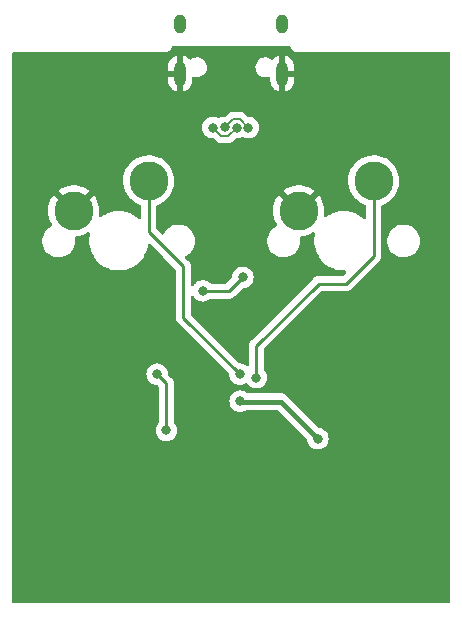
<source format=gtl>
G04 #@! TF.GenerationSoftware,KiCad,Pcbnew,(6.0.7)*
G04 #@! TF.CreationDate,2022-10-04T19:15:27+13:00*
G04 #@! TF.ProjectId,ledusbc2key,6c656475-7362-4633-926b-65792e6b6963,rev?*
G04 #@! TF.SameCoordinates,Original*
G04 #@! TF.FileFunction,Copper,L1,Top*
G04 #@! TF.FilePolarity,Positive*
%FSLAX46Y46*%
G04 Gerber Fmt 4.6, Leading zero omitted, Abs format (unit mm)*
G04 Created by KiCad (PCBNEW (6.0.7)) date 2022-10-04 19:15:27*
%MOMM*%
%LPD*%
G01*
G04 APERTURE LIST*
G04 #@! TA.AperFunction,ComponentPad*
%ADD10C,3.300000*%
G04 #@! TD*
G04 #@! TA.AperFunction,ComponentPad*
%ADD11O,1.000000X1.600000*%
G04 #@! TD*
G04 #@! TA.AperFunction,ComponentPad*
%ADD12O,1.000000X2.100000*%
G04 #@! TD*
G04 #@! TA.AperFunction,ViaPad*
%ADD13C,0.800000*%
G04 #@! TD*
G04 #@! TA.AperFunction,Conductor*
%ADD14C,0.381000*%
G04 #@! TD*
G04 #@! TA.AperFunction,Conductor*
%ADD15C,0.254000*%
G04 #@! TD*
G04 #@! TA.AperFunction,Conductor*
%ADD16C,0.200000*%
G04 #@! TD*
G04 APERTURE END LIST*
D10*
X111442500Y-75882500D03*
X117792500Y-73342500D03*
D11*
X120455000Y-60077500D03*
D12*
X120455000Y-64257500D03*
X129095000Y-64257500D03*
D11*
X129095000Y-60077500D03*
D10*
X130492500Y-75882500D03*
X136842500Y-73342500D03*
D13*
X129975000Y-66350000D03*
X130750000Y-68775000D03*
X125537500Y-92000000D03*
X132112500Y-95175000D03*
X125756622Y-81517878D03*
X122374500Y-82650500D03*
X118500000Y-89712500D03*
X119287500Y-94462500D03*
X126900000Y-90000000D03*
X125500000Y-89700000D03*
X126224502Y-68837579D03*
X124225692Y-68817303D03*
X125225000Y-68837000D03*
X123226248Y-68828089D03*
D14*
X129975000Y-66350000D02*
X130750000Y-67125000D01*
X130750000Y-67125000D02*
X130750000Y-68775000D01*
X125537500Y-92000000D02*
X125562500Y-92025000D01*
X125562500Y-92025000D02*
X128962500Y-92025000D01*
X128962500Y-92025000D02*
X132112500Y-95175000D01*
D15*
X122410878Y-82686878D02*
X122374500Y-82650500D01*
X125756622Y-81517878D02*
X124587622Y-82686878D01*
X124587622Y-82686878D02*
X122410878Y-82686878D01*
X119287500Y-90500000D02*
X118500000Y-89712500D01*
X119287500Y-94462500D02*
X119287500Y-90500000D01*
X134500000Y-82037500D02*
X132175000Y-82037500D01*
X132175000Y-82037500D02*
X126900000Y-87312500D01*
X136842500Y-79695000D02*
X134500000Y-82037500D01*
X136842500Y-73342500D02*
X136842500Y-79695000D01*
X126900000Y-87312500D02*
X126900000Y-90000000D01*
X117792500Y-73342500D02*
X117792500Y-77655000D01*
X117792500Y-77655000D02*
X120723097Y-80585597D01*
X120723097Y-80585597D02*
X120723097Y-84923097D01*
X120723097Y-84923097D02*
X125500000Y-89700000D01*
D16*
X125524423Y-68137500D02*
X124905495Y-68137500D01*
X124905495Y-68137500D02*
X124225692Y-68817303D01*
X126224502Y-68837579D02*
X125524423Y-68137500D01*
X124537000Y-69525000D02*
X125225000Y-68837000D01*
X123923159Y-69525000D02*
X124537000Y-69525000D01*
X123226248Y-68828089D02*
X123923159Y-69525000D01*
G04 #@! TA.AperFunction,Conductor*
G36*
X129756685Y-61932502D02*
G01*
X129803178Y-61986158D01*
X129809714Y-62003878D01*
X129811651Y-62010656D01*
X129815228Y-62027415D01*
X129819420Y-62056687D01*
X129823134Y-62064855D01*
X129823134Y-62064856D01*
X129830048Y-62080062D01*
X129836496Y-62097586D01*
X129843551Y-62122271D01*
X129848343Y-62129865D01*
X129848344Y-62129868D01*
X129859330Y-62147280D01*
X129867469Y-62162363D01*
X129879708Y-62189282D01*
X129885569Y-62196084D01*
X129896470Y-62208735D01*
X129907573Y-62223739D01*
X129921276Y-62245458D01*
X129928001Y-62251397D01*
X129928004Y-62251401D01*
X129943438Y-62265032D01*
X129955482Y-62277224D01*
X129968927Y-62292827D01*
X129968930Y-62292829D01*
X129974787Y-62299627D01*
X129982316Y-62304507D01*
X129982317Y-62304508D01*
X129996335Y-62313594D01*
X130011209Y-62324885D01*
X130023717Y-62335931D01*
X130030451Y-62341878D01*
X130057211Y-62354442D01*
X130072191Y-62362763D01*
X130089483Y-62373971D01*
X130089488Y-62373973D01*
X130097015Y-62378852D01*
X130105608Y-62381422D01*
X130105613Y-62381424D01*
X130121620Y-62386211D01*
X130139064Y-62392872D01*
X130154176Y-62399967D01*
X130154178Y-62399968D01*
X130162300Y-62403781D01*
X130171167Y-62405162D01*
X130171168Y-62405162D01*
X130173853Y-62405580D01*
X130191517Y-62408330D01*
X130208232Y-62412113D01*
X130227966Y-62418015D01*
X130227972Y-62418016D01*
X130236566Y-62420586D01*
X130245537Y-62420641D01*
X130245538Y-62420641D01*
X130255597Y-62420702D01*
X130271006Y-62420796D01*
X130271789Y-62420829D01*
X130272886Y-62421000D01*
X130303877Y-62421000D01*
X130304647Y-62421002D01*
X130378285Y-62421452D01*
X130378286Y-62421452D01*
X130382221Y-62421476D01*
X130383565Y-62421092D01*
X130384910Y-62421000D01*
X143190667Y-62421000D01*
X143258788Y-62441002D01*
X143305281Y-62494658D01*
X143316667Y-62546967D01*
X143317313Y-65010138D01*
X143325458Y-96083500D01*
X143328834Y-108965050D01*
X143308850Y-109033176D01*
X143255206Y-109079683D01*
X143202751Y-109091083D01*
X128333285Y-109081330D01*
X106359416Y-109066916D01*
X106291310Y-109046869D01*
X106244852Y-108993183D01*
X106233500Y-108940916D01*
X106233500Y-89712500D01*
X117586496Y-89712500D01*
X117606458Y-89902428D01*
X117665473Y-90084056D01*
X117668776Y-90089778D01*
X117668777Y-90089779D01*
X117701003Y-90145595D01*
X117760960Y-90249444D01*
X117765378Y-90254351D01*
X117765379Y-90254352D01*
X117865251Y-90365271D01*
X117888747Y-90391366D01*
X117977702Y-90455996D01*
X118020702Y-90487237D01*
X118043248Y-90503618D01*
X118049276Y-90506302D01*
X118049278Y-90506303D01*
X118185964Y-90567159D01*
X118217712Y-90581294D01*
X118311113Y-90601147D01*
X118398056Y-90619628D01*
X118398061Y-90619628D01*
X118404513Y-90621000D01*
X118457578Y-90621000D01*
X118525699Y-90641002D01*
X118546673Y-90657905D01*
X118615095Y-90726327D01*
X118649121Y-90788639D01*
X118652000Y-90815422D01*
X118652000Y-93762197D01*
X118631998Y-93830318D01*
X118619636Y-93846506D01*
X118548460Y-93925556D01*
X118452973Y-94090944D01*
X118393958Y-94272572D01*
X118373996Y-94462500D01*
X118374686Y-94469065D01*
X118391932Y-94633148D01*
X118393958Y-94652428D01*
X118452973Y-94834056D01*
X118548460Y-94999444D01*
X118676247Y-95141366D01*
X118830748Y-95253618D01*
X118836776Y-95256302D01*
X118836778Y-95256303D01*
X118942152Y-95303218D01*
X119005212Y-95331294D01*
X119098613Y-95351147D01*
X119185556Y-95369628D01*
X119185561Y-95369628D01*
X119192013Y-95371000D01*
X119382987Y-95371000D01*
X119389439Y-95369628D01*
X119389444Y-95369628D01*
X119476388Y-95351147D01*
X119569788Y-95331294D01*
X119632848Y-95303218D01*
X119738222Y-95256303D01*
X119738224Y-95256302D01*
X119744252Y-95253618D01*
X119898753Y-95141366D01*
X120026540Y-94999444D01*
X120122027Y-94834056D01*
X120181042Y-94652428D01*
X120183069Y-94633148D01*
X120200314Y-94469065D01*
X120201004Y-94462500D01*
X120181042Y-94272572D01*
X120122027Y-94090944D01*
X120026540Y-93925556D01*
X119955364Y-93846507D01*
X119924646Y-93782500D01*
X119923000Y-93762197D01*
X119923000Y-92000000D01*
X124623996Y-92000000D01*
X124643958Y-92189928D01*
X124702973Y-92371556D01*
X124798460Y-92536944D01*
X124926247Y-92678866D01*
X125025343Y-92750864D01*
X125039164Y-92760905D01*
X125080748Y-92791118D01*
X125086776Y-92793802D01*
X125086778Y-92793803D01*
X125249181Y-92866109D01*
X125255212Y-92868794D01*
X125348612Y-92888647D01*
X125435556Y-92907128D01*
X125435561Y-92907128D01*
X125442013Y-92908500D01*
X125632987Y-92908500D01*
X125639439Y-92907128D01*
X125639444Y-92907128D01*
X125726387Y-92888647D01*
X125819788Y-92868794D01*
X125825819Y-92866109D01*
X125988222Y-92793803D01*
X125988224Y-92793802D01*
X125994252Y-92791118D01*
X126053511Y-92748064D01*
X126127572Y-92724000D01*
X128620775Y-92724000D01*
X128688896Y-92744002D01*
X128709870Y-92760905D01*
X131176257Y-95227293D01*
X131210283Y-95289605D01*
X131212472Y-95303217D01*
X131218958Y-95364928D01*
X131277973Y-95546556D01*
X131373460Y-95711944D01*
X131501247Y-95853866D01*
X131655748Y-95966118D01*
X131661776Y-95968802D01*
X131661778Y-95968803D01*
X131824181Y-96041109D01*
X131830212Y-96043794D01*
X131923613Y-96063647D01*
X132010556Y-96082128D01*
X132010561Y-96082128D01*
X132017013Y-96083500D01*
X132207987Y-96083500D01*
X132214439Y-96082128D01*
X132214444Y-96082128D01*
X132301387Y-96063647D01*
X132394788Y-96043794D01*
X132400819Y-96041109D01*
X132563222Y-95968803D01*
X132563224Y-95968802D01*
X132569252Y-95966118D01*
X132723753Y-95853866D01*
X132851540Y-95711944D01*
X132947027Y-95546556D01*
X133006042Y-95364928D01*
X133026004Y-95175000D01*
X133021953Y-95136455D01*
X133006732Y-94991635D01*
X133006732Y-94991633D01*
X133006042Y-94985072D01*
X132947027Y-94803444D01*
X132851540Y-94638056D01*
X132723753Y-94496134D01*
X132569252Y-94383882D01*
X132563224Y-94381198D01*
X132563222Y-94381197D01*
X132400819Y-94308891D01*
X132400818Y-94308891D01*
X132394788Y-94306206D01*
X132224869Y-94270088D01*
X132161972Y-94235937D01*
X129476997Y-91550962D01*
X129471143Y-91544696D01*
X129438652Y-91507451D01*
X129433658Y-91501726D01*
X129382122Y-91465506D01*
X129376826Y-91461573D01*
X129333237Y-91427394D01*
X129333234Y-91427392D01*
X129327260Y-91422708D01*
X129320336Y-91419582D01*
X129317301Y-91417744D01*
X129304602Y-91410500D01*
X129301454Y-91408812D01*
X129295239Y-91404444D01*
X129236550Y-91381562D01*
X129230505Y-91379022D01*
X129173065Y-91353087D01*
X129165592Y-91351702D01*
X129162174Y-91350631D01*
X129148185Y-91346646D01*
X129144693Y-91345749D01*
X129137611Y-91342988D01*
X129130078Y-91341996D01*
X129130077Y-91341996D01*
X129075170Y-91334767D01*
X129068657Y-91333735D01*
X129014182Y-91323639D01*
X129014180Y-91323639D01*
X129006713Y-91322255D01*
X128999133Y-91322692D01*
X128999132Y-91322692D01*
X128945388Y-91325791D01*
X128938135Y-91326000D01*
X126196390Y-91326000D01*
X126128269Y-91305998D01*
X126122329Y-91301936D01*
X125999594Y-91212763D01*
X125999593Y-91212762D01*
X125994252Y-91208882D01*
X125988224Y-91206198D01*
X125988222Y-91206197D01*
X125825819Y-91133891D01*
X125825818Y-91133891D01*
X125819788Y-91131206D01*
X125726388Y-91111353D01*
X125639444Y-91092872D01*
X125639439Y-91092872D01*
X125632987Y-91091500D01*
X125442013Y-91091500D01*
X125435561Y-91092872D01*
X125435556Y-91092872D01*
X125348612Y-91111353D01*
X125255212Y-91131206D01*
X125249182Y-91133891D01*
X125249181Y-91133891D01*
X125086778Y-91206197D01*
X125086776Y-91206198D01*
X125080748Y-91208882D01*
X124926247Y-91321134D01*
X124921826Y-91326044D01*
X124921825Y-91326045D01*
X124841650Y-91415089D01*
X124798460Y-91463056D01*
X124702973Y-91628444D01*
X124643958Y-91810072D01*
X124623996Y-92000000D01*
X119923000Y-92000000D01*
X119923000Y-90579020D01*
X119923530Y-90567786D01*
X119925208Y-90560281D01*
X119923062Y-90491988D01*
X119923000Y-90488031D01*
X119923000Y-90460017D01*
X119922492Y-90455996D01*
X119921558Y-90444144D01*
X119920414Y-90407718D01*
X119920414Y-90407717D01*
X119920165Y-90399795D01*
X119914487Y-90380251D01*
X119910477Y-90360888D01*
X119908920Y-90348560D01*
X119908920Y-90348558D01*
X119907927Y-90340701D01*
X119905011Y-90333337D01*
X119905010Y-90333332D01*
X119891593Y-90299444D01*
X119887748Y-90288215D01*
X119883688Y-90274241D01*
X119875369Y-90245607D01*
X119865010Y-90228091D01*
X119856313Y-90210341D01*
X119848819Y-90191412D01*
X119842973Y-90183365D01*
X119822741Y-90155519D01*
X119816222Y-90145595D01*
X119797670Y-90114224D01*
X119797666Y-90114219D01*
X119793634Y-90107401D01*
X119779247Y-90093014D01*
X119766406Y-90077980D01*
X119759102Y-90067927D01*
X119754442Y-90061513D01*
X119720250Y-90033227D01*
X119711471Y-90025238D01*
X119446790Y-89760557D01*
X119412764Y-89698245D01*
X119410575Y-89684632D01*
X119394232Y-89529135D01*
X119394232Y-89529133D01*
X119393542Y-89522572D01*
X119334527Y-89340944D01*
X119239040Y-89175556D01*
X119111253Y-89033634D01*
X118956752Y-88921382D01*
X118950724Y-88918698D01*
X118950722Y-88918697D01*
X118788319Y-88846391D01*
X118788318Y-88846391D01*
X118782288Y-88843706D01*
X118688888Y-88823853D01*
X118601944Y-88805372D01*
X118601939Y-88805372D01*
X118595487Y-88804000D01*
X118404513Y-88804000D01*
X118398061Y-88805372D01*
X118398056Y-88805372D01*
X118311112Y-88823853D01*
X118217712Y-88843706D01*
X118211682Y-88846391D01*
X118211681Y-88846391D01*
X118049278Y-88918697D01*
X118049276Y-88918698D01*
X118043248Y-88921382D01*
X117888747Y-89033634D01*
X117760960Y-89175556D01*
X117665473Y-89340944D01*
X117606458Y-89522572D01*
X117605768Y-89529133D01*
X117605768Y-89529135D01*
X117594670Y-89634729D01*
X117586496Y-89712500D01*
X106233500Y-89712500D01*
X106233500Y-78357093D01*
X108785539Y-78357093D01*
X108794348Y-78591716D01*
X108795443Y-78596934D01*
X108833531Y-78778458D01*
X108842562Y-78821501D01*
X108928802Y-79039877D01*
X109050604Y-79240600D01*
X109204485Y-79417932D01*
X109208617Y-79421320D01*
X109381916Y-79563417D01*
X109381922Y-79563421D01*
X109386044Y-79566801D01*
X109390680Y-79569440D01*
X109390683Y-79569442D01*
X109501908Y-79632755D01*
X109590090Y-79682951D01*
X109810789Y-79763061D01*
X109816038Y-79764010D01*
X109816041Y-79764011D01*
X109878372Y-79775282D01*
X110041830Y-79804840D01*
X110045969Y-79805035D01*
X110045976Y-79805036D01*
X110064940Y-79805930D01*
X110064949Y-79805930D01*
X110066429Y-79806000D01*
X110231450Y-79806000D01*
X110312799Y-79799097D01*
X110401137Y-79791602D01*
X110401141Y-79791601D01*
X110406448Y-79791151D01*
X110411603Y-79789813D01*
X110411609Y-79789812D01*
X110613613Y-79737382D01*
X110633706Y-79732167D01*
X110638572Y-79729975D01*
X110638575Y-79729974D01*
X110842917Y-79637924D01*
X110842920Y-79637923D01*
X110847778Y-79635734D01*
X111042541Y-79504612D01*
X111212427Y-79342549D01*
X111352578Y-79154179D01*
X111413219Y-79034908D01*
X111456569Y-78949644D01*
X111456569Y-78949643D01*
X111458987Y-78944888D01*
X111528611Y-78720660D01*
X111545702Y-78591716D01*
X111558761Y-78493190D01*
X111558761Y-78493187D01*
X111559461Y-78487907D01*
X111550652Y-78253284D01*
X111535873Y-78182849D01*
X111541460Y-78112073D01*
X111584425Y-78055553D01*
X111644051Y-78031888D01*
X111843556Y-78007745D01*
X111851957Y-78006143D01*
X112128280Y-77933651D01*
X112136382Y-77930924D01*
X112400305Y-77821603D01*
X112407967Y-77817800D01*
X112636960Y-77683987D01*
X112705866Y-77666888D01*
X112773079Y-77689757D01*
X112817258Y-77745334D01*
X112824376Y-77815973D01*
X112822572Y-77824109D01*
X112790549Y-77948831D01*
X112790547Y-77948841D01*
X112789564Y-77952670D01*
X112750100Y-78265062D01*
X112750100Y-78579938D01*
X112789564Y-78892330D01*
X112867870Y-79197313D01*
X112983784Y-79490077D01*
X112985686Y-79493536D01*
X112985687Y-79493539D01*
X113118943Y-79735930D01*
X113135476Y-79766004D01*
X113208039Y-79865878D01*
X113315503Y-80013790D01*
X113320555Y-80020744D01*
X113536102Y-80250278D01*
X113778718Y-80450987D01*
X114044576Y-80619706D01*
X114048155Y-80621390D01*
X114048162Y-80621394D01*
X114325894Y-80752084D01*
X114325898Y-80752086D01*
X114329484Y-80753773D01*
X114628948Y-80851075D01*
X114938246Y-80910077D01*
X115031800Y-80915963D01*
X115171858Y-80924775D01*
X115171874Y-80924776D01*
X115173853Y-80924900D01*
X115331147Y-80924900D01*
X115333126Y-80924776D01*
X115333142Y-80924775D01*
X115473200Y-80915963D01*
X115566754Y-80910077D01*
X115876052Y-80851075D01*
X116175516Y-80753773D01*
X116179102Y-80752086D01*
X116179106Y-80752084D01*
X116456838Y-80621394D01*
X116456845Y-80621390D01*
X116460424Y-80619706D01*
X116726282Y-80450987D01*
X116968898Y-80250278D01*
X117184445Y-80020744D01*
X117189498Y-80013790D01*
X117296961Y-79865878D01*
X117369524Y-79766004D01*
X117386058Y-79735930D01*
X117519313Y-79493539D01*
X117519314Y-79493536D01*
X117521216Y-79490077D01*
X117637130Y-79197313D01*
X117715436Y-78892330D01*
X117729822Y-78778454D01*
X117758202Y-78713381D01*
X117817262Y-78673979D01*
X117888248Y-78672762D01*
X117943922Y-78705154D01*
X119000007Y-79761240D01*
X120050692Y-80811925D01*
X120084718Y-80874237D01*
X120087597Y-80901020D01*
X120087597Y-84844077D01*
X120087067Y-84855311D01*
X120085389Y-84862816D01*
X120085638Y-84870735D01*
X120087535Y-84931109D01*
X120087597Y-84935066D01*
X120087597Y-84963080D01*
X120088093Y-84967005D01*
X120088093Y-84967006D01*
X120088105Y-84967101D01*
X120089038Y-84978946D01*
X120090432Y-85023302D01*
X120092644Y-85030914D01*
X120096110Y-85042845D01*
X120100120Y-85062209D01*
X120102670Y-85082396D01*
X120105586Y-85089760D01*
X120105587Y-85089765D01*
X120119004Y-85123653D01*
X120122849Y-85134882D01*
X120135228Y-85177490D01*
X120139266Y-85184317D01*
X120139267Y-85184320D01*
X120145585Y-85195003D01*
X120154285Y-85212761D01*
X120158858Y-85224312D01*
X120158862Y-85224318D01*
X120161778Y-85231685D01*
X120166436Y-85238096D01*
X120166437Y-85238098D01*
X120187861Y-85267585D01*
X120194378Y-85277507D01*
X120212923Y-85308865D01*
X120212926Y-85308869D01*
X120216963Y-85315695D01*
X120231347Y-85330079D01*
X120244188Y-85345113D01*
X120256155Y-85361584D01*
X120262263Y-85366637D01*
X120290352Y-85389874D01*
X120299132Y-85397864D01*
X124553210Y-89651943D01*
X124587236Y-89714255D01*
X124589425Y-89727868D01*
X124606458Y-89889928D01*
X124665473Y-90071556D01*
X124668776Y-90077278D01*
X124668777Y-90077279D01*
X124686168Y-90107401D01*
X124760960Y-90236944D01*
X124765378Y-90241851D01*
X124765379Y-90241852D01*
X124882165Y-90371556D01*
X124888747Y-90378866D01*
X125043248Y-90491118D01*
X125049276Y-90493802D01*
X125049278Y-90493803D01*
X125133332Y-90531226D01*
X125217712Y-90568794D01*
X125311112Y-90588647D01*
X125398056Y-90607128D01*
X125398061Y-90607128D01*
X125404513Y-90608500D01*
X125595487Y-90608500D01*
X125601939Y-90607128D01*
X125601944Y-90607128D01*
X125688888Y-90588647D01*
X125782288Y-90568794D01*
X125866668Y-90531226D01*
X125950722Y-90493803D01*
X125950724Y-90493802D01*
X125956752Y-90491118D01*
X125962090Y-90487240D01*
X125962093Y-90487238D01*
X125968765Y-90482390D01*
X126035633Y-90458532D01*
X126104785Y-90474614D01*
X126151944Y-90521328D01*
X126160960Y-90536944D01*
X126288747Y-90678866D01*
X126443248Y-90791118D01*
X126449276Y-90793802D01*
X126449278Y-90793803D01*
X126611681Y-90866109D01*
X126617712Y-90868794D01*
X126711112Y-90888647D01*
X126798056Y-90907128D01*
X126798061Y-90907128D01*
X126804513Y-90908500D01*
X126995487Y-90908500D01*
X127001939Y-90907128D01*
X127001944Y-90907128D01*
X127088888Y-90888647D01*
X127182288Y-90868794D01*
X127188319Y-90866109D01*
X127350722Y-90793803D01*
X127350724Y-90793802D01*
X127356752Y-90791118D01*
X127511253Y-90678866D01*
X127639040Y-90536944D01*
X127728065Y-90382749D01*
X127731223Y-90377279D01*
X127731224Y-90377278D01*
X127734527Y-90371556D01*
X127793542Y-90189928D01*
X127797159Y-90155519D01*
X127812814Y-90006565D01*
X127813504Y-90000000D01*
X127793542Y-89810072D01*
X127734527Y-89628444D01*
X127639040Y-89463056D01*
X127567864Y-89384007D01*
X127537146Y-89320000D01*
X127535500Y-89299697D01*
X127535500Y-87627922D01*
X127555502Y-87559801D01*
X127572405Y-87538827D01*
X132401328Y-82709905D01*
X132463640Y-82675879D01*
X132490423Y-82673000D01*
X134420980Y-82673000D01*
X134432214Y-82673530D01*
X134439719Y-82675208D01*
X134508012Y-82673062D01*
X134511969Y-82673000D01*
X134539983Y-82673000D01*
X134543908Y-82672504D01*
X134543909Y-82672504D01*
X134544004Y-82672492D01*
X134555849Y-82671559D01*
X134585670Y-82670622D01*
X134592282Y-82670414D01*
X134592283Y-82670414D01*
X134600205Y-82670165D01*
X134619749Y-82664487D01*
X134639112Y-82660477D01*
X134651440Y-82658920D01*
X134651442Y-82658920D01*
X134659299Y-82657927D01*
X134666663Y-82655011D01*
X134666668Y-82655010D01*
X134700556Y-82641593D01*
X134711785Y-82637748D01*
X134728465Y-82632902D01*
X134754393Y-82625369D01*
X134761220Y-82621331D01*
X134761223Y-82621330D01*
X134771906Y-82615012D01*
X134789664Y-82606312D01*
X134801215Y-82601739D01*
X134801221Y-82601735D01*
X134808588Y-82598819D01*
X134844491Y-82572734D01*
X134854410Y-82566219D01*
X134885768Y-82547674D01*
X134885772Y-82547671D01*
X134892598Y-82543634D01*
X134906982Y-82529250D01*
X134922016Y-82516409D01*
X134932073Y-82509102D01*
X134938487Y-82504442D01*
X134966778Y-82470244D01*
X134974767Y-82461465D01*
X137235977Y-80200255D01*
X137244303Y-80192678D01*
X137250803Y-80188553D01*
X137260136Y-80178615D01*
X137297600Y-80138719D01*
X137300355Y-80135877D01*
X137320138Y-80116094D01*
X137322629Y-80112883D01*
X137330338Y-80103856D01*
X137355289Y-80077286D01*
X137360717Y-80071506D01*
X137370522Y-80053671D01*
X137381376Y-80037147D01*
X137388991Y-80027330D01*
X137388992Y-80027329D01*
X137393849Y-80021067D01*
X137411469Y-79980350D01*
X137416692Y-79969689D01*
X137434249Y-79937753D01*
X137434251Y-79937748D01*
X137438069Y-79930803D01*
X137440039Y-79923129D01*
X137440042Y-79923122D01*
X137443132Y-79911087D01*
X137449536Y-79892382D01*
X137454467Y-79880987D01*
X137457617Y-79873708D01*
X137464560Y-79829873D01*
X137466967Y-79818251D01*
X137478000Y-79775282D01*
X137478000Y-79754935D01*
X137479551Y-79735224D01*
X137481495Y-79722950D01*
X137482735Y-79715121D01*
X137478559Y-79670944D01*
X137478000Y-79659086D01*
X137478000Y-78357093D01*
X137995539Y-78357093D01*
X138004348Y-78591716D01*
X138005443Y-78596934D01*
X138043531Y-78778458D01*
X138052562Y-78821501D01*
X138138802Y-79039877D01*
X138260604Y-79240600D01*
X138414485Y-79417932D01*
X138418617Y-79421320D01*
X138591916Y-79563417D01*
X138591922Y-79563421D01*
X138596044Y-79566801D01*
X138600680Y-79569440D01*
X138600683Y-79569442D01*
X138711908Y-79632755D01*
X138800090Y-79682951D01*
X139020789Y-79763061D01*
X139026038Y-79764010D01*
X139026041Y-79764011D01*
X139088372Y-79775282D01*
X139251830Y-79804840D01*
X139255969Y-79805035D01*
X139255976Y-79805036D01*
X139274940Y-79805930D01*
X139274949Y-79805930D01*
X139276429Y-79806000D01*
X139441450Y-79806000D01*
X139522799Y-79799097D01*
X139611137Y-79791602D01*
X139611141Y-79791601D01*
X139616448Y-79791151D01*
X139621603Y-79789813D01*
X139621609Y-79789812D01*
X139823613Y-79737382D01*
X139843706Y-79732167D01*
X139848572Y-79729975D01*
X139848575Y-79729974D01*
X140052917Y-79637924D01*
X140052920Y-79637923D01*
X140057778Y-79635734D01*
X140252541Y-79504612D01*
X140422427Y-79342549D01*
X140562578Y-79154179D01*
X140623219Y-79034908D01*
X140666569Y-78949644D01*
X140666569Y-78949643D01*
X140668987Y-78944888D01*
X140738611Y-78720660D01*
X140755702Y-78591716D01*
X140768761Y-78493190D01*
X140768761Y-78493187D01*
X140769461Y-78487907D01*
X140760652Y-78253284D01*
X140742858Y-78168478D01*
X140713535Y-78028726D01*
X140713534Y-78028723D01*
X140712438Y-78023499D01*
X140626198Y-77805123D01*
X140504396Y-77604400D01*
X140350515Y-77427068D01*
X140307462Y-77391767D01*
X140173084Y-77281583D01*
X140173078Y-77281579D01*
X140168956Y-77278199D01*
X140164320Y-77275560D01*
X140164317Y-77275558D01*
X139969553Y-77164692D01*
X139964910Y-77162049D01*
X139744211Y-77081939D01*
X139738962Y-77080990D01*
X139738959Y-77080989D01*
X139657885Y-77066329D01*
X139513170Y-77040160D01*
X139509031Y-77039965D01*
X139509024Y-77039964D01*
X139490060Y-77039070D01*
X139490051Y-77039070D01*
X139488571Y-77039000D01*
X139323550Y-77039000D01*
X139242201Y-77045903D01*
X139153863Y-77053398D01*
X139153859Y-77053399D01*
X139148552Y-77053849D01*
X139143397Y-77055187D01*
X139143391Y-77055188D01*
X138965677Y-77101314D01*
X138921294Y-77112833D01*
X138916428Y-77115025D01*
X138916425Y-77115026D01*
X138712083Y-77207076D01*
X138712080Y-77207077D01*
X138707222Y-77209266D01*
X138512459Y-77340388D01*
X138342573Y-77502451D01*
X138202422Y-77690821D01*
X138200006Y-77695572D01*
X138200004Y-77695576D01*
X138135929Y-77821603D01*
X138096013Y-77900112D01*
X138026389Y-78124340D01*
X138025688Y-78129629D01*
X138008592Y-78258616D01*
X137995539Y-78357093D01*
X137478000Y-78357093D01*
X137478000Y-75499838D01*
X137498002Y-75431717D01*
X137555781Y-75383430D01*
X137804488Y-75280412D01*
X138058592Y-75131925D01*
X138290194Y-74950327D01*
X138338105Y-74900887D01*
X138492023Y-74742054D01*
X138495006Y-74738976D01*
X138669241Y-74501785D01*
X138809672Y-74243142D01*
X138913703Y-73967833D01*
X138960943Y-73761571D01*
X138978449Y-73685137D01*
X138978450Y-73685133D01*
X138979407Y-73680953D01*
X138985037Y-73617876D01*
X139005349Y-73390276D01*
X139005349Y-73390274D01*
X139005569Y-73387810D01*
X139006044Y-73342500D01*
X139004500Y-73319844D01*
X138986319Y-73053150D01*
X138986318Y-73053144D01*
X138986027Y-73048873D01*
X138926345Y-72760680D01*
X138828103Y-72483253D01*
X138693118Y-72221726D01*
X138677089Y-72198918D01*
X138526356Y-71984448D01*
X138526355Y-71984447D01*
X138523889Y-71980938D01*
X138323548Y-71765344D01*
X138301436Y-71747245D01*
X138099118Y-71581651D01*
X138095800Y-71578935D01*
X137844861Y-71425160D01*
X137826206Y-71416971D01*
X137579302Y-71308587D01*
X137579298Y-71308586D01*
X137575374Y-71306863D01*
X137292326Y-71226235D01*
X137288084Y-71225631D01*
X137288078Y-71225630D01*
X137005205Y-71185371D01*
X137000954Y-71184766D01*
X136845806Y-71183954D01*
X136710936Y-71183247D01*
X136710930Y-71183247D01*
X136706650Y-71183225D01*
X136702406Y-71183784D01*
X136702402Y-71183784D01*
X136573841Y-71200710D01*
X136414860Y-71221640D01*
X136410720Y-71222773D01*
X136410718Y-71222773D01*
X136393761Y-71227412D01*
X136130983Y-71299300D01*
X136127033Y-71300985D01*
X135864214Y-71413086D01*
X135864207Y-71413090D01*
X135860272Y-71414768D01*
X135707886Y-71505969D01*
X135611418Y-71563704D01*
X135611414Y-71563707D01*
X135607736Y-71565908D01*
X135378049Y-71749922D01*
X135375105Y-71753024D01*
X135375101Y-71753028D01*
X135365991Y-71762628D01*
X135175461Y-71963405D01*
X135003720Y-72202408D01*
X134866004Y-72462507D01*
X134764862Y-72738890D01*
X134702166Y-73026443D01*
X134679075Y-73319844D01*
X134696016Y-73613664D01*
X134696841Y-73617871D01*
X134696842Y-73617876D01*
X134717719Y-73724284D01*
X134752677Y-73902466D01*
X134754064Y-73906516D01*
X134754065Y-73906521D01*
X134827861Y-74122060D01*
X134848009Y-74180907D01*
X134980247Y-74443834D01*
X134982673Y-74447363D01*
X134982676Y-74447369D01*
X135060397Y-74560453D01*
X135146945Y-74686381D01*
X135345018Y-74904060D01*
X135348307Y-74906810D01*
X135567509Y-75090092D01*
X135567514Y-75090096D01*
X135570801Y-75092844D01*
X135636551Y-75134089D01*
X135816476Y-75246956D01*
X135816480Y-75246958D01*
X135820116Y-75249239D01*
X135892793Y-75282054D01*
X136084437Y-75368585D01*
X136084441Y-75368587D01*
X136088349Y-75370351D01*
X136116786Y-75378775D01*
X136176419Y-75417298D01*
X136205760Y-75481949D01*
X136207000Y-75499585D01*
X136207000Y-76482570D01*
X136186998Y-76550691D01*
X136133342Y-76597184D01*
X136063068Y-76607288D01*
X136000685Y-76579655D01*
X135776282Y-76394013D01*
X135510424Y-76225294D01*
X135506845Y-76223610D01*
X135506838Y-76223606D01*
X135229106Y-76092916D01*
X135229102Y-76092914D01*
X135225516Y-76091227D01*
X134926052Y-75993925D01*
X134616754Y-75934923D01*
X134523200Y-75929037D01*
X134383142Y-75920225D01*
X134383126Y-75920224D01*
X134381147Y-75920100D01*
X134223853Y-75920100D01*
X134221874Y-75920224D01*
X134221858Y-75920225D01*
X134081800Y-75929037D01*
X133988246Y-75934923D01*
X133678948Y-75993925D01*
X133379484Y-76091227D01*
X133375898Y-76092914D01*
X133375894Y-76092916D01*
X133098162Y-76223606D01*
X133098155Y-76223610D01*
X133094576Y-76225294D01*
X132828718Y-76394013D01*
X132820577Y-76400748D01*
X132819282Y-76401819D01*
X132754043Y-76429828D01*
X132684019Y-76418120D01*
X132631440Y-76370412D01*
X132613001Y-76301852D01*
X132616148Y-76276603D01*
X132627954Y-76225055D01*
X132629294Y-76216597D01*
X132654849Y-75930264D01*
X132655095Y-75925325D01*
X132655517Y-75884985D01*
X132655374Y-75880019D01*
X132635822Y-75593218D01*
X132634661Y-75584744D01*
X132576731Y-75305012D01*
X132574432Y-75296777D01*
X132479074Y-75027493D01*
X132475677Y-75019643D01*
X132344655Y-74765792D01*
X132340227Y-74758480D01*
X132200201Y-74559246D01*
X132189680Y-74550866D01*
X132176292Y-74557918D01*
X130581595Y-76152615D01*
X130519283Y-76186641D01*
X130448468Y-76181576D01*
X130403405Y-76152615D01*
X128808834Y-74558044D01*
X128796823Y-74551485D01*
X128785085Y-74560453D01*
X128656651Y-74739187D01*
X128652136Y-74746468D01*
X128518473Y-74998914D01*
X128514987Y-75006742D01*
X128416818Y-75274999D01*
X128414429Y-75283222D01*
X128353574Y-75562330D01*
X128352325Y-75570785D01*
X128329912Y-75855578D01*
X128329823Y-75864129D01*
X128346266Y-76149314D01*
X128347339Y-76157813D01*
X128402337Y-76438136D01*
X128404548Y-76446388D01*
X128497081Y-76716657D01*
X128500396Y-76724542D01*
X128628751Y-76979747D01*
X128633106Y-76987110D01*
X128643961Y-77002905D01*
X128666060Y-77070375D01*
X128648174Y-77139082D01*
X128591871Y-77189153D01*
X128552083Y-77207076D01*
X128552080Y-77207077D01*
X128547222Y-77209266D01*
X128352459Y-77340388D01*
X128182573Y-77502451D01*
X128042422Y-77690821D01*
X128040006Y-77695572D01*
X128040004Y-77695576D01*
X127975929Y-77821603D01*
X127936013Y-77900112D01*
X127866389Y-78124340D01*
X127865688Y-78129629D01*
X127848592Y-78258616D01*
X127835539Y-78357093D01*
X127844348Y-78591716D01*
X127845443Y-78596934D01*
X127883531Y-78778458D01*
X127892562Y-78821501D01*
X127978802Y-79039877D01*
X128100604Y-79240600D01*
X128254485Y-79417932D01*
X128258617Y-79421320D01*
X128431916Y-79563417D01*
X128431922Y-79563421D01*
X128436044Y-79566801D01*
X128440680Y-79569440D01*
X128440683Y-79569442D01*
X128551908Y-79632755D01*
X128640090Y-79682951D01*
X128860789Y-79763061D01*
X128866038Y-79764010D01*
X128866041Y-79764011D01*
X128928372Y-79775282D01*
X129091830Y-79804840D01*
X129095969Y-79805035D01*
X129095976Y-79805036D01*
X129114940Y-79805930D01*
X129114949Y-79805930D01*
X129116429Y-79806000D01*
X129281450Y-79806000D01*
X129362799Y-79799097D01*
X129451137Y-79791602D01*
X129451141Y-79791601D01*
X129456448Y-79791151D01*
X129461603Y-79789813D01*
X129461609Y-79789812D01*
X129663613Y-79737382D01*
X129683706Y-79732167D01*
X129688572Y-79729975D01*
X129688575Y-79729974D01*
X129892917Y-79637924D01*
X129892920Y-79637923D01*
X129897778Y-79635734D01*
X130092541Y-79504612D01*
X130262427Y-79342549D01*
X130402578Y-79154179D01*
X130463219Y-79034908D01*
X130506569Y-78949644D01*
X130506569Y-78949643D01*
X130508987Y-78944888D01*
X130578611Y-78720660D01*
X130595702Y-78591716D01*
X130608761Y-78493190D01*
X130608761Y-78493187D01*
X130609461Y-78487907D01*
X130600652Y-78253284D01*
X130585873Y-78182849D01*
X130591460Y-78112073D01*
X130634425Y-78055553D01*
X130694051Y-78031888D01*
X130893556Y-78007745D01*
X130901957Y-78006143D01*
X131178280Y-77933651D01*
X131186382Y-77930924D01*
X131450305Y-77821603D01*
X131457967Y-77817800D01*
X131686960Y-77683987D01*
X131755866Y-77666888D01*
X131823079Y-77689757D01*
X131867258Y-77745334D01*
X131874376Y-77815973D01*
X131872572Y-77824109D01*
X131840549Y-77948831D01*
X131840547Y-77948841D01*
X131839564Y-77952670D01*
X131800100Y-78265062D01*
X131800100Y-78579938D01*
X131839564Y-78892330D01*
X131917870Y-79197313D01*
X132033784Y-79490077D01*
X132035686Y-79493536D01*
X132035687Y-79493539D01*
X132168943Y-79735930D01*
X132185476Y-79766004D01*
X132258039Y-79865878D01*
X132365503Y-80013790D01*
X132370555Y-80020744D01*
X132586102Y-80250278D01*
X132828718Y-80450987D01*
X133094576Y-80619706D01*
X133098155Y-80621390D01*
X133098162Y-80621394D01*
X133375894Y-80752084D01*
X133375898Y-80752086D01*
X133379484Y-80753773D01*
X133678948Y-80851075D01*
X133988246Y-80910077D01*
X134081800Y-80915963D01*
X134221858Y-80924775D01*
X134221874Y-80924776D01*
X134223853Y-80924900D01*
X134381147Y-80924900D01*
X134383126Y-80924776D01*
X134383142Y-80924775D01*
X134403415Y-80923499D01*
X134472658Y-80939184D01*
X134522428Y-80989814D01*
X134536924Y-81059315D01*
X134511545Y-81125620D01*
X134500422Y-81138345D01*
X134273672Y-81365095D01*
X134211360Y-81399121D01*
X134184577Y-81402000D01*
X132254032Y-81402000D01*
X132242793Y-81401470D01*
X132235281Y-81399791D01*
X132227356Y-81400040D01*
X132227355Y-81400040D01*
X132166970Y-81401938D01*
X132163012Y-81402000D01*
X132135017Y-81402000D01*
X132131083Y-81402497D01*
X132131081Y-81402497D01*
X132130994Y-81402508D01*
X132119160Y-81403440D01*
X132074796Y-81404835D01*
X132055257Y-81410512D01*
X132035896Y-81414521D01*
X132023568Y-81416078D01*
X132023558Y-81416081D01*
X132015701Y-81417073D01*
X132008333Y-81419990D01*
X132008330Y-81419991D01*
X131974446Y-81433406D01*
X131963221Y-81437250D01*
X131920607Y-81449631D01*
X131913781Y-81453668D01*
X131903091Y-81459990D01*
X131885341Y-81468687D01*
X131866412Y-81476181D01*
X131859998Y-81480841D01*
X131830514Y-81502262D01*
X131820594Y-81508778D01*
X131789229Y-81527327D01*
X131789226Y-81527329D01*
X131782402Y-81531365D01*
X131768014Y-81545753D01*
X131752980Y-81558594D01*
X131736513Y-81570558D01*
X131731460Y-81576666D01*
X131708228Y-81604749D01*
X131700238Y-81613529D01*
X126506517Y-86807250D01*
X126498191Y-86814826D01*
X126491697Y-86818947D01*
X126486274Y-86824722D01*
X126444915Y-86868765D01*
X126442160Y-86871607D01*
X126422361Y-86891406D01*
X126419937Y-86894531D01*
X126419929Y-86894540D01*
X126419863Y-86894626D01*
X126412155Y-86903651D01*
X126381783Y-86935994D01*
X126377965Y-86942938D01*
X126377964Y-86942940D01*
X126371978Y-86953829D01*
X126361127Y-86970347D01*
X126348650Y-86986433D01*
X126331024Y-87027166D01*
X126325807Y-87037814D01*
X126304431Y-87076697D01*
X126302460Y-87084372D01*
X126302458Y-87084378D01*
X126299369Y-87096411D01*
X126292966Y-87115113D01*
X126284883Y-87133792D01*
X126283644Y-87141617D01*
X126277940Y-87177627D01*
X126275535Y-87189240D01*
X126264500Y-87232218D01*
X126264500Y-87252565D01*
X126262949Y-87272276D01*
X126259765Y-87292379D01*
X126260511Y-87300271D01*
X126263941Y-87336556D01*
X126264500Y-87348414D01*
X126264500Y-88885186D01*
X126244498Y-88953307D01*
X126190842Y-88999800D01*
X126120568Y-89009904D01*
X126064441Y-88987123D01*
X125991977Y-88934475D01*
X125962094Y-88912763D01*
X125962093Y-88912762D01*
X125956752Y-88908882D01*
X125950724Y-88906198D01*
X125950722Y-88906197D01*
X125788319Y-88833891D01*
X125788318Y-88833891D01*
X125782288Y-88831206D01*
X125688887Y-88811353D01*
X125601944Y-88792872D01*
X125601939Y-88792872D01*
X125595487Y-88791500D01*
X125542422Y-88791500D01*
X125474301Y-88771498D01*
X125453327Y-88754595D01*
X121395502Y-84696769D01*
X121361476Y-84634457D01*
X121358597Y-84607674D01*
X121358597Y-83178141D01*
X121378599Y-83110020D01*
X121432255Y-83063527D01*
X121502529Y-83053423D01*
X121567109Y-83082917D01*
X121593715Y-83115140D01*
X121635460Y-83187444D01*
X121639878Y-83192351D01*
X121639879Y-83192352D01*
X121756508Y-83321882D01*
X121763247Y-83329366D01*
X121917748Y-83441618D01*
X121923776Y-83444302D01*
X121923778Y-83444303D01*
X122086181Y-83516609D01*
X122092212Y-83519294D01*
X122185612Y-83539147D01*
X122272556Y-83557628D01*
X122272561Y-83557628D01*
X122279013Y-83559000D01*
X122469987Y-83559000D01*
X122476439Y-83557628D01*
X122476444Y-83557628D01*
X122563388Y-83539147D01*
X122656788Y-83519294D01*
X122662819Y-83516609D01*
X122825222Y-83444303D01*
X122825224Y-83444302D01*
X122831252Y-83441618D01*
X122962250Y-83346442D01*
X123029118Y-83322584D01*
X123036311Y-83322378D01*
X124508602Y-83322378D01*
X124519836Y-83322908D01*
X124527341Y-83324586D01*
X124595634Y-83322440D01*
X124599591Y-83322378D01*
X124627605Y-83322378D01*
X124631530Y-83321882D01*
X124631531Y-83321882D01*
X124631626Y-83321870D01*
X124643471Y-83320937D01*
X124673292Y-83320000D01*
X124679904Y-83319792D01*
X124679905Y-83319792D01*
X124687827Y-83319543D01*
X124707371Y-83313865D01*
X124726734Y-83309855D01*
X124739062Y-83308298D01*
X124739064Y-83308298D01*
X124746921Y-83307305D01*
X124754285Y-83304389D01*
X124754290Y-83304388D01*
X124788178Y-83290971D01*
X124799407Y-83287126D01*
X124816087Y-83282280D01*
X124842015Y-83274747D01*
X124848842Y-83270709D01*
X124848845Y-83270708D01*
X124859528Y-83264390D01*
X124877286Y-83255690D01*
X124888837Y-83251117D01*
X124888843Y-83251113D01*
X124896210Y-83248197D01*
X124932113Y-83222112D01*
X124942032Y-83215597D01*
X124973390Y-83197052D01*
X124973394Y-83197049D01*
X124980220Y-83193012D01*
X124994604Y-83178628D01*
X125009638Y-83165787D01*
X125019695Y-83158480D01*
X125026109Y-83153820D01*
X125054395Y-83119628D01*
X125062385Y-83110847D01*
X125709951Y-82463282D01*
X125772263Y-82429257D01*
X125799046Y-82426378D01*
X125852109Y-82426378D01*
X125858561Y-82425006D01*
X125858566Y-82425006D01*
X125945509Y-82406525D01*
X126038910Y-82386672D01*
X126044941Y-82383987D01*
X126207344Y-82311681D01*
X126207346Y-82311680D01*
X126213374Y-82308996D01*
X126367875Y-82196744D01*
X126495662Y-82054822D01*
X126591149Y-81889434D01*
X126650164Y-81707806D01*
X126670126Y-81517878D01*
X126664956Y-81468691D01*
X126650854Y-81334513D01*
X126650854Y-81334511D01*
X126650164Y-81327950D01*
X126591149Y-81146322D01*
X126586544Y-81138345D01*
X126498963Y-80986652D01*
X126495662Y-80980934D01*
X126443948Y-80923499D01*
X126372297Y-80843923D01*
X126372296Y-80843922D01*
X126367875Y-80839012D01*
X126268779Y-80767014D01*
X126218716Y-80730641D01*
X126218715Y-80730640D01*
X126213374Y-80726760D01*
X126207346Y-80724076D01*
X126207344Y-80724075D01*
X126044941Y-80651769D01*
X126044940Y-80651769D01*
X126038910Y-80649084D01*
X125908640Y-80621394D01*
X125858566Y-80610750D01*
X125858561Y-80610750D01*
X125852109Y-80609378D01*
X125661135Y-80609378D01*
X125654683Y-80610750D01*
X125654678Y-80610750D01*
X125604604Y-80621394D01*
X125474334Y-80649084D01*
X125468304Y-80651769D01*
X125468303Y-80651769D01*
X125305900Y-80724075D01*
X125305898Y-80724076D01*
X125299870Y-80726760D01*
X125294529Y-80730640D01*
X125294528Y-80730641D01*
X125244465Y-80767014D01*
X125145369Y-80839012D01*
X125140948Y-80843922D01*
X125140947Y-80843923D01*
X125069297Y-80923499D01*
X125017582Y-80980934D01*
X125014281Y-80986652D01*
X124926701Y-81138345D01*
X124922095Y-81146322D01*
X124863080Y-81327950D01*
X124862390Y-81334511D01*
X124862390Y-81334513D01*
X124846047Y-81490010D01*
X124819034Y-81555667D01*
X124809832Y-81565935D01*
X124361294Y-82014473D01*
X124298982Y-82048499D01*
X124272199Y-82051378D01*
X123113654Y-82051378D01*
X123045533Y-82031376D01*
X123020018Y-82009689D01*
X122990168Y-81976537D01*
X122990166Y-81976536D01*
X122985753Y-81971634D01*
X122872615Y-81889434D01*
X122836594Y-81863263D01*
X122836593Y-81863262D01*
X122831252Y-81859382D01*
X122825224Y-81856698D01*
X122825222Y-81856697D01*
X122662819Y-81784391D01*
X122662818Y-81784391D01*
X122656788Y-81781706D01*
X122563387Y-81761853D01*
X122476444Y-81743372D01*
X122476439Y-81743372D01*
X122469987Y-81742000D01*
X122279013Y-81742000D01*
X122272561Y-81743372D01*
X122272556Y-81743372D01*
X122185613Y-81761853D01*
X122092212Y-81781706D01*
X122086182Y-81784391D01*
X122086181Y-81784391D01*
X121923778Y-81856697D01*
X121923776Y-81856698D01*
X121917748Y-81859382D01*
X121763247Y-81971634D01*
X121758826Y-81976544D01*
X121758825Y-81976545D01*
X121694038Y-82048499D01*
X121635460Y-82113556D01*
X121632159Y-82119274D01*
X121593716Y-82185859D01*
X121542334Y-82234852D01*
X121472620Y-82248288D01*
X121406709Y-82221902D01*
X121365527Y-82164070D01*
X121358597Y-82122859D01*
X121358597Y-80664617D01*
X121359127Y-80653383D01*
X121360805Y-80645878D01*
X121358659Y-80577585D01*
X121358597Y-80573628D01*
X121358597Y-80545614D01*
X121358089Y-80541593D01*
X121357155Y-80529741D01*
X121356011Y-80493315D01*
X121356011Y-80493314D01*
X121355762Y-80485392D01*
X121350084Y-80465848D01*
X121346074Y-80446485D01*
X121344517Y-80434157D01*
X121344517Y-80434155D01*
X121343524Y-80426298D01*
X121340608Y-80418934D01*
X121340607Y-80418929D01*
X121327190Y-80385041D01*
X121323345Y-80373812D01*
X121313178Y-80338819D01*
X121310966Y-80331204D01*
X121306927Y-80324374D01*
X121300609Y-80313691D01*
X121291909Y-80295933D01*
X121287336Y-80284382D01*
X121287332Y-80284376D01*
X121284416Y-80277009D01*
X121258331Y-80241106D01*
X121251816Y-80231187D01*
X121233271Y-80199829D01*
X121233268Y-80199825D01*
X121229231Y-80192999D01*
X121214847Y-80178615D01*
X121202006Y-80163581D01*
X121194699Y-80153524D01*
X121190039Y-80147110D01*
X121155841Y-80118819D01*
X121147062Y-80110830D01*
X120905289Y-79869057D01*
X120871263Y-79806745D01*
X120876328Y-79735930D01*
X120918875Y-79679094D01*
X120942633Y-79665080D01*
X121002917Y-79637924D01*
X121002920Y-79637923D01*
X121007778Y-79635734D01*
X121202541Y-79504612D01*
X121372427Y-79342549D01*
X121512578Y-79154179D01*
X121573219Y-79034908D01*
X121616569Y-78949644D01*
X121616569Y-78949643D01*
X121618987Y-78944888D01*
X121688611Y-78720660D01*
X121705702Y-78591716D01*
X121718761Y-78493190D01*
X121718761Y-78493187D01*
X121719461Y-78487907D01*
X121710652Y-78253284D01*
X121692858Y-78168478D01*
X121663535Y-78028726D01*
X121663534Y-78028723D01*
X121662438Y-78023499D01*
X121576198Y-77805123D01*
X121454396Y-77604400D01*
X121300515Y-77427068D01*
X121257462Y-77391767D01*
X121123084Y-77281583D01*
X121123078Y-77281579D01*
X121118956Y-77278199D01*
X121114320Y-77275560D01*
X121114317Y-77275558D01*
X120919553Y-77164692D01*
X120914910Y-77162049D01*
X120694211Y-77081939D01*
X120688962Y-77080990D01*
X120688959Y-77080989D01*
X120607885Y-77066329D01*
X120463170Y-77040160D01*
X120459031Y-77039965D01*
X120459024Y-77039964D01*
X120440060Y-77039070D01*
X120440051Y-77039070D01*
X120438571Y-77039000D01*
X120273550Y-77039000D01*
X120192201Y-77045903D01*
X120103863Y-77053398D01*
X120103859Y-77053399D01*
X120098552Y-77053849D01*
X120093397Y-77055187D01*
X120093391Y-77055188D01*
X119915677Y-77101314D01*
X119871294Y-77112833D01*
X119866428Y-77115025D01*
X119866425Y-77115026D01*
X119662083Y-77207076D01*
X119662080Y-77207077D01*
X119657222Y-77209266D01*
X119462459Y-77340388D01*
X119292573Y-77502451D01*
X119152422Y-77690821D01*
X119150004Y-77695577D01*
X119149999Y-77695585D01*
X119087717Y-77818083D01*
X119039014Y-77869741D01*
X118970114Y-77886867D01*
X118902893Y-77864024D01*
X118886306Y-77850073D01*
X118464905Y-77428672D01*
X118430879Y-77366360D01*
X118428000Y-77339577D01*
X118428000Y-75499838D01*
X118448002Y-75431717D01*
X118505781Y-75383430D01*
X118754488Y-75280412D01*
X119008592Y-75131925D01*
X119240194Y-74950327D01*
X119288105Y-74900887D01*
X119442023Y-74742054D01*
X119445006Y-74738976D01*
X119619241Y-74501785D01*
X119759672Y-74243142D01*
X119780399Y-74188289D01*
X129162372Y-74188289D01*
X129168767Y-74199557D01*
X130479688Y-75510478D01*
X130493632Y-75518092D01*
X130495465Y-75517961D01*
X130502080Y-75513710D01*
X131815699Y-74200091D01*
X131822890Y-74186922D01*
X131815568Y-74176685D01*
X131748828Y-74122060D01*
X131741856Y-74117105D01*
X131498291Y-73967848D01*
X131490693Y-73963876D01*
X131229133Y-73849058D01*
X131221079Y-73846159D01*
X130946352Y-73767902D01*
X130937974Y-73766120D01*
X130655168Y-73725871D01*
X130646621Y-73725244D01*
X130360967Y-73723747D01*
X130352433Y-73724284D01*
X130069215Y-73761571D01*
X130060817Y-73763264D01*
X129785286Y-73838641D01*
X129777199Y-73841457D01*
X129514452Y-73953529D01*
X129506812Y-73957422D01*
X129261704Y-74104115D01*
X129254675Y-74109000D01*
X129170841Y-74176164D01*
X129162372Y-74188289D01*
X119780399Y-74188289D01*
X119863703Y-73967833D01*
X119910943Y-73761571D01*
X119928449Y-73685137D01*
X119928450Y-73685133D01*
X119929407Y-73680953D01*
X119935037Y-73617876D01*
X119955349Y-73390276D01*
X119955349Y-73390274D01*
X119955569Y-73387810D01*
X119956044Y-73342500D01*
X119954500Y-73319844D01*
X119936319Y-73053150D01*
X119936318Y-73053144D01*
X119936027Y-73048873D01*
X119876345Y-72760680D01*
X119778103Y-72483253D01*
X119643118Y-72221726D01*
X119627089Y-72198918D01*
X119476356Y-71984448D01*
X119476355Y-71984447D01*
X119473889Y-71980938D01*
X119273548Y-71765344D01*
X119251436Y-71747245D01*
X119049118Y-71581651D01*
X119045800Y-71578935D01*
X118794861Y-71425160D01*
X118776206Y-71416971D01*
X118529302Y-71308587D01*
X118529298Y-71308586D01*
X118525374Y-71306863D01*
X118242326Y-71226235D01*
X118238084Y-71225631D01*
X118238078Y-71225630D01*
X117955205Y-71185371D01*
X117950954Y-71184766D01*
X117795806Y-71183954D01*
X117660936Y-71183247D01*
X117660930Y-71183247D01*
X117656650Y-71183225D01*
X117652406Y-71183784D01*
X117652402Y-71183784D01*
X117523841Y-71200710D01*
X117364860Y-71221640D01*
X117360720Y-71222773D01*
X117360718Y-71222773D01*
X117343761Y-71227412D01*
X117080983Y-71299300D01*
X117077033Y-71300985D01*
X116814214Y-71413086D01*
X116814207Y-71413090D01*
X116810272Y-71414768D01*
X116657886Y-71505969D01*
X116561418Y-71563704D01*
X116561414Y-71563707D01*
X116557736Y-71565908D01*
X116328049Y-71749922D01*
X116325105Y-71753024D01*
X116325101Y-71753028D01*
X116315991Y-71762628D01*
X116125461Y-71963405D01*
X115953720Y-72202408D01*
X115816004Y-72462507D01*
X115714862Y-72738890D01*
X115652166Y-73026443D01*
X115629075Y-73319844D01*
X115646016Y-73613664D01*
X115646841Y-73617871D01*
X115646842Y-73617876D01*
X115667719Y-73724284D01*
X115702677Y-73902466D01*
X115704064Y-73906516D01*
X115704065Y-73906521D01*
X115777861Y-74122060D01*
X115798009Y-74180907D01*
X115930247Y-74443834D01*
X115932673Y-74447363D01*
X115932676Y-74447369D01*
X116010397Y-74560453D01*
X116096945Y-74686381D01*
X116295018Y-74904060D01*
X116298307Y-74906810D01*
X116517509Y-75090092D01*
X116517514Y-75090096D01*
X116520801Y-75092844D01*
X116586551Y-75134089D01*
X116766476Y-75246956D01*
X116766480Y-75246958D01*
X116770116Y-75249239D01*
X116842793Y-75282054D01*
X117034437Y-75368585D01*
X117034441Y-75368587D01*
X117038349Y-75370351D01*
X117066786Y-75378775D01*
X117126419Y-75417298D01*
X117155760Y-75481949D01*
X117157000Y-75499585D01*
X117157000Y-76482570D01*
X117136998Y-76550691D01*
X117083342Y-76597184D01*
X117013068Y-76607288D01*
X116950685Y-76579655D01*
X116726282Y-76394013D01*
X116460424Y-76225294D01*
X116456845Y-76223610D01*
X116456838Y-76223606D01*
X116179106Y-76092916D01*
X116179102Y-76092914D01*
X116175516Y-76091227D01*
X115876052Y-75993925D01*
X115566754Y-75934923D01*
X115473200Y-75929037D01*
X115333142Y-75920225D01*
X115333126Y-75920224D01*
X115331147Y-75920100D01*
X115173853Y-75920100D01*
X115171874Y-75920224D01*
X115171858Y-75920225D01*
X115031800Y-75929037D01*
X114938246Y-75934923D01*
X114628948Y-75993925D01*
X114329484Y-76091227D01*
X114325898Y-76092914D01*
X114325894Y-76092916D01*
X114048162Y-76223606D01*
X114048155Y-76223610D01*
X114044576Y-76225294D01*
X113778718Y-76394013D01*
X113770577Y-76400748D01*
X113769282Y-76401819D01*
X113704043Y-76429828D01*
X113634019Y-76418120D01*
X113581440Y-76370412D01*
X113563001Y-76301852D01*
X113566148Y-76276603D01*
X113577954Y-76225055D01*
X113579294Y-76216597D01*
X113604849Y-75930264D01*
X113605095Y-75925325D01*
X113605517Y-75884985D01*
X113605374Y-75880019D01*
X113585822Y-75593218D01*
X113584661Y-75584744D01*
X113526731Y-75305012D01*
X113524432Y-75296777D01*
X113429074Y-75027493D01*
X113425677Y-75019643D01*
X113294655Y-74765792D01*
X113290227Y-74758480D01*
X113150201Y-74559246D01*
X113139680Y-74550866D01*
X113126292Y-74557918D01*
X111531595Y-76152615D01*
X111469283Y-76186641D01*
X111398468Y-76181576D01*
X111353405Y-76152615D01*
X109758834Y-74558044D01*
X109746823Y-74551485D01*
X109735085Y-74560453D01*
X109606651Y-74739187D01*
X109602136Y-74746468D01*
X109468473Y-74998914D01*
X109464987Y-75006742D01*
X109366818Y-75274999D01*
X109364429Y-75283222D01*
X109303574Y-75562330D01*
X109302325Y-75570785D01*
X109279912Y-75855578D01*
X109279823Y-75864129D01*
X109296266Y-76149314D01*
X109297339Y-76157813D01*
X109352337Y-76438136D01*
X109354548Y-76446388D01*
X109447081Y-76716657D01*
X109450396Y-76724542D01*
X109578751Y-76979747D01*
X109583106Y-76987110D01*
X109593961Y-77002905D01*
X109616060Y-77070375D01*
X109598174Y-77139082D01*
X109541871Y-77189153D01*
X109502083Y-77207076D01*
X109502080Y-77207077D01*
X109497222Y-77209266D01*
X109302459Y-77340388D01*
X109132573Y-77502451D01*
X108992422Y-77690821D01*
X108990006Y-77695572D01*
X108990004Y-77695576D01*
X108925929Y-77821603D01*
X108886013Y-77900112D01*
X108816389Y-78124340D01*
X108815688Y-78129629D01*
X108798592Y-78258616D01*
X108785539Y-78357093D01*
X106233500Y-78357093D01*
X106233500Y-74188289D01*
X110112372Y-74188289D01*
X110118767Y-74199557D01*
X111429688Y-75510478D01*
X111443632Y-75518092D01*
X111445465Y-75517961D01*
X111452080Y-75513710D01*
X112765699Y-74200091D01*
X112772890Y-74186922D01*
X112765568Y-74176685D01*
X112698828Y-74122060D01*
X112691856Y-74117105D01*
X112448291Y-73967848D01*
X112440693Y-73963876D01*
X112179133Y-73849058D01*
X112171079Y-73846159D01*
X111896352Y-73767902D01*
X111887974Y-73766120D01*
X111605168Y-73725871D01*
X111596621Y-73725244D01*
X111310967Y-73723747D01*
X111302433Y-73724284D01*
X111019215Y-73761571D01*
X111010817Y-73763264D01*
X110735286Y-73838641D01*
X110727199Y-73841457D01*
X110464452Y-73953529D01*
X110456812Y-73957422D01*
X110211704Y-74104115D01*
X110204675Y-74109000D01*
X110120841Y-74176164D01*
X110112372Y-74188289D01*
X106233500Y-74188289D01*
X106233500Y-68828089D01*
X122312744Y-68828089D01*
X122332706Y-69018017D01*
X122391721Y-69199645D01*
X122487208Y-69365033D01*
X122614995Y-69506955D01*
X122769496Y-69619207D01*
X122775524Y-69621891D01*
X122775526Y-69621892D01*
X122937929Y-69694198D01*
X122943960Y-69696883D01*
X123037360Y-69716736D01*
X123124304Y-69735217D01*
X123124309Y-69735217D01*
X123130761Y-69736589D01*
X123222009Y-69736589D01*
X123290130Y-69756591D01*
X123311104Y-69773494D01*
X123458844Y-69921234D01*
X123469711Y-69933625D01*
X123489172Y-69958987D01*
X123521084Y-69983474D01*
X123521087Y-69983477D01*
X123616283Y-70056524D01*
X123764308Y-70117838D01*
X123772495Y-70118916D01*
X123772496Y-70118916D01*
X123783701Y-70120391D01*
X123814897Y-70124498D01*
X123883274Y-70133500D01*
X123883277Y-70133500D01*
X123883285Y-70133501D01*
X123914970Y-70137672D01*
X123923159Y-70138750D01*
X123954852Y-70134578D01*
X123971295Y-70133500D01*
X124488864Y-70133500D01*
X124505307Y-70134578D01*
X124537000Y-70138750D01*
X124545189Y-70137672D01*
X124576874Y-70133501D01*
X124576884Y-70133500D01*
X124576885Y-70133500D01*
X124576901Y-70133498D01*
X124676457Y-70120391D01*
X124687664Y-70118916D01*
X124687666Y-70118915D01*
X124695851Y-70117838D01*
X124843876Y-70056524D01*
X124939072Y-69983477D01*
X124939075Y-69983474D01*
X124970987Y-69958987D01*
X124976017Y-69952432D01*
X124990452Y-69933621D01*
X125001319Y-69921230D01*
X125140144Y-69782405D01*
X125202456Y-69748379D01*
X125229239Y-69745500D01*
X125320487Y-69745500D01*
X125326939Y-69744128D01*
X125326944Y-69744128D01*
X125413888Y-69725647D01*
X125507288Y-69705794D01*
X125513315Y-69703111D01*
X125513323Y-69703108D01*
X125672853Y-69632081D01*
X125743220Y-69622647D01*
X125775349Y-69632081D01*
X125936179Y-69703687D01*
X125936187Y-69703690D01*
X125942214Y-69706373D01*
X126035614Y-69726226D01*
X126122558Y-69744707D01*
X126122563Y-69744707D01*
X126129015Y-69746079D01*
X126319989Y-69746079D01*
X126326441Y-69744707D01*
X126326446Y-69744707D01*
X126413390Y-69726226D01*
X126506790Y-69706373D01*
X126512823Y-69703687D01*
X126675224Y-69631382D01*
X126675226Y-69631381D01*
X126681254Y-69628697D01*
X126690621Y-69621892D01*
X126736659Y-69588443D01*
X126835755Y-69516445D01*
X126963542Y-69374523D01*
X127059029Y-69209135D01*
X127118044Y-69027507D01*
X127119042Y-69018017D01*
X127137316Y-68844144D01*
X127138006Y-68837579D01*
X127118044Y-68647651D01*
X127059029Y-68466023D01*
X126963542Y-68300635D01*
X126835755Y-68158713D01*
X126681254Y-68046461D01*
X126675226Y-68043777D01*
X126675224Y-68043776D01*
X126512821Y-67971470D01*
X126512820Y-67971470D01*
X126506790Y-67968785D01*
X126413390Y-67948932D01*
X126326446Y-67930451D01*
X126326441Y-67930451D01*
X126319989Y-67929079D01*
X126228741Y-67929079D01*
X126160620Y-67909077D01*
X126139646Y-67892174D01*
X125988738Y-67741266D01*
X125977871Y-67728875D01*
X125963436Y-67710063D01*
X125958410Y-67703513D01*
X125926498Y-67679026D01*
X125926492Y-67679020D01*
X125837852Y-67611004D01*
X125837850Y-67611003D01*
X125831299Y-67605976D01*
X125683274Y-67544662D01*
X125675087Y-67543584D01*
X125675086Y-67543584D01*
X125663881Y-67542109D01*
X125632685Y-67538002D01*
X125564308Y-67529000D01*
X125564305Y-67529000D01*
X125564297Y-67528999D01*
X125532612Y-67524828D01*
X125524423Y-67523750D01*
X125492730Y-67527922D01*
X125476287Y-67529000D01*
X124953639Y-67529000D01*
X124937193Y-67527922D01*
X124913683Y-67524827D01*
X124905495Y-67523749D01*
X124746644Y-67544662D01*
X124598619Y-67605976D01*
X124552800Y-67641134D01*
X124503432Y-67679015D01*
X124503416Y-67679029D01*
X124478061Y-67698484D01*
X124478058Y-67698487D01*
X124471508Y-67703513D01*
X124466478Y-67710068D01*
X124452043Y-67728879D01*
X124441176Y-67741270D01*
X124310548Y-67871898D01*
X124248236Y-67905924D01*
X124221453Y-67908803D01*
X124130205Y-67908803D01*
X124123753Y-67910175D01*
X124123748Y-67910175D01*
X124036804Y-67928656D01*
X123943404Y-67948509D01*
X123937374Y-67951194D01*
X123937373Y-67951194D01*
X123897863Y-67968785D01*
X123768940Y-68026185D01*
X123768127Y-68024359D01*
X123708380Y-68038864D01*
X123663105Y-68028113D01*
X123529851Y-67968785D01*
X123514567Y-67961980D01*
X123514566Y-67961980D01*
X123508536Y-67959295D01*
X123415136Y-67939442D01*
X123328192Y-67920961D01*
X123328187Y-67920961D01*
X123321735Y-67919589D01*
X123130761Y-67919589D01*
X123124309Y-67920961D01*
X123124304Y-67920961D01*
X123037360Y-67939442D01*
X122943960Y-67959295D01*
X122937930Y-67961980D01*
X122937929Y-67961980D01*
X122775526Y-68034286D01*
X122775524Y-68034287D01*
X122769496Y-68036971D01*
X122764155Y-68040851D01*
X122764154Y-68040852D01*
X122756434Y-68046461D01*
X122614995Y-68149223D01*
X122487208Y-68291145D01*
X122391721Y-68456533D01*
X122332706Y-68638161D01*
X122332016Y-68644722D01*
X122332016Y-68644724D01*
X122331019Y-68654214D01*
X122312744Y-68828089D01*
X106233500Y-68828089D01*
X106233500Y-64854157D01*
X119447000Y-64854157D01*
X119447301Y-64860305D01*
X119460812Y-64998103D01*
X119463195Y-65010138D01*
X119516767Y-65187576D01*
X119521441Y-65198916D01*
X119608460Y-65362577D01*
X119615249Y-65372794D01*
X119732397Y-65516433D01*
X119741041Y-65525137D01*
X119883856Y-65643284D01*
X119894027Y-65650144D01*
X120057076Y-65738304D01*
X120068381Y-65743056D01*
X120183692Y-65778750D01*
X120197795Y-65778956D01*
X120201000Y-65772201D01*
X120201000Y-65765424D01*
X120709000Y-65765424D01*
X120712973Y-65778955D01*
X120720768Y-65780075D01*
X120828521Y-65748362D01*
X120839889Y-65743769D01*
X121004154Y-65657893D01*
X121014415Y-65651179D01*
X121158873Y-65535032D01*
X121167632Y-65526454D01*
X121286778Y-65384461D01*
X121293708Y-65374341D01*
X121383002Y-65211915D01*
X121387834Y-65200642D01*
X121443880Y-65023962D01*
X121446430Y-65011968D01*
X121462607Y-64867739D01*
X121463000Y-64860715D01*
X121463000Y-64644526D01*
X121483002Y-64576405D01*
X121536658Y-64529912D01*
X121606932Y-64519808D01*
X121616486Y-64521561D01*
X121786494Y-64559562D01*
X121786501Y-64559563D01*
X121791543Y-64560690D01*
X121797088Y-64561000D01*
X121930244Y-64561000D01*
X122065037Y-64546357D01*
X122183190Y-64506594D01*
X122230204Y-64490772D01*
X122230206Y-64490771D01*
X122236675Y-64488594D01*
X122391905Y-64395323D01*
X122396862Y-64390635D01*
X122396865Y-64390633D01*
X122518527Y-64275582D01*
X122518529Y-64275580D01*
X122523485Y-64270893D01*
X122527317Y-64265255D01*
X122527320Y-64265251D01*
X122621442Y-64126755D01*
X122625277Y-64121112D01*
X122692530Y-63952966D01*
X122693644Y-63946238D01*
X122693645Y-63946234D01*
X122720993Y-63781039D01*
X122720993Y-63781036D01*
X122722108Y-63774302D01*
X122717203Y-63680698D01*
X126827892Y-63680698D01*
X126828249Y-63687515D01*
X126828249Y-63687519D01*
X126833151Y-63781039D01*
X126837370Y-63861547D01*
X126839181Y-63868120D01*
X126839181Y-63868123D01*
X126872738Y-63989952D01*
X126885461Y-64036141D01*
X126969922Y-64196336D01*
X126974327Y-64201549D01*
X126974330Y-64201553D01*
X127082406Y-64329443D01*
X127082410Y-64329447D01*
X127086813Y-64334657D01*
X127092237Y-64338804D01*
X127092238Y-64338805D01*
X127225257Y-64440506D01*
X127225261Y-64440509D01*
X127230678Y-64444650D01*
X127317372Y-64485076D01*
X127388631Y-64518305D01*
X127388634Y-64518306D01*
X127394808Y-64521185D01*
X127401456Y-64522671D01*
X127401459Y-64522672D01*
X127497686Y-64544181D01*
X127571543Y-64560690D01*
X127577088Y-64561000D01*
X127710244Y-64561000D01*
X127845037Y-64546357D01*
X127851501Y-64544182D01*
X127851504Y-64544181D01*
X127918716Y-64521561D01*
X127920811Y-64520856D01*
X127991753Y-64518086D01*
X128052932Y-64554109D01*
X128084923Y-64617490D01*
X128087000Y-64640275D01*
X128087000Y-64854157D01*
X128087301Y-64860305D01*
X128100812Y-64998103D01*
X128103195Y-65010138D01*
X128156767Y-65187576D01*
X128161441Y-65198916D01*
X128248460Y-65362577D01*
X128255249Y-65372794D01*
X128372397Y-65516433D01*
X128381041Y-65525137D01*
X128523856Y-65643284D01*
X128534027Y-65650144D01*
X128697076Y-65738304D01*
X128708381Y-65743056D01*
X128823692Y-65778750D01*
X128837795Y-65778956D01*
X128841000Y-65772201D01*
X128841000Y-65765424D01*
X129349000Y-65765424D01*
X129352973Y-65778955D01*
X129360768Y-65780075D01*
X129468521Y-65748362D01*
X129479889Y-65743769D01*
X129644154Y-65657893D01*
X129654415Y-65651179D01*
X129798873Y-65535032D01*
X129807632Y-65526454D01*
X129926778Y-65384461D01*
X129933708Y-65374341D01*
X130023002Y-65211915D01*
X130027834Y-65200642D01*
X130083880Y-65023962D01*
X130086430Y-65011968D01*
X130102607Y-64867739D01*
X130103000Y-64860715D01*
X130103000Y-64529615D01*
X130098525Y-64514376D01*
X130097135Y-64513171D01*
X130089452Y-64511500D01*
X129367115Y-64511500D01*
X129351876Y-64515975D01*
X129350671Y-64517365D01*
X129349000Y-64525048D01*
X129349000Y-65765424D01*
X128841000Y-65765424D01*
X128841000Y-63985385D01*
X129349000Y-63985385D01*
X129353475Y-64000624D01*
X129354865Y-64001829D01*
X129362548Y-64003500D01*
X130084885Y-64003500D01*
X130100124Y-63999025D01*
X130101329Y-63997635D01*
X130103000Y-63989952D01*
X130103000Y-63660843D01*
X130102699Y-63654695D01*
X130089188Y-63516897D01*
X130086805Y-63504862D01*
X130033233Y-63327424D01*
X130028559Y-63316084D01*
X129941540Y-63152423D01*
X129934751Y-63142206D01*
X129817603Y-62998567D01*
X129808959Y-62989863D01*
X129666144Y-62871716D01*
X129655973Y-62864856D01*
X129492924Y-62776696D01*
X129481619Y-62771944D01*
X129366308Y-62736250D01*
X129352205Y-62736044D01*
X129349000Y-62742799D01*
X129349000Y-63985385D01*
X128841000Y-63985385D01*
X128841000Y-62749576D01*
X128837027Y-62736045D01*
X128829232Y-62734925D01*
X128721479Y-62766638D01*
X128710111Y-62771231D01*
X128545846Y-62857107D01*
X128535585Y-62863821D01*
X128391127Y-62979968D01*
X128382368Y-62988546D01*
X128338000Y-63041421D01*
X128278890Y-63080748D01*
X128207902Y-63081874D01*
X128164952Y-63060528D01*
X128099322Y-63010350D01*
X127994186Y-62961325D01*
X127941369Y-62936695D01*
X127941366Y-62936694D01*
X127935192Y-62933815D01*
X127928544Y-62932329D01*
X127928541Y-62932328D01*
X127763494Y-62895436D01*
X127763495Y-62895436D01*
X127758457Y-62894310D01*
X127752912Y-62894000D01*
X127619756Y-62894000D01*
X127484963Y-62908643D01*
X127401609Y-62936695D01*
X127319796Y-62964228D01*
X127319794Y-62964229D01*
X127313325Y-62966406D01*
X127158095Y-63059677D01*
X127153138Y-63064365D01*
X127153135Y-63064367D01*
X127031473Y-63179418D01*
X127026515Y-63184107D01*
X127022683Y-63189745D01*
X127022680Y-63189749D01*
X126971740Y-63264705D01*
X126924723Y-63333888D01*
X126857470Y-63502034D01*
X126856356Y-63508762D01*
X126856355Y-63508766D01*
X126831179Y-63660843D01*
X126827892Y-63680698D01*
X122717203Y-63680698D01*
X122712987Y-63600266D01*
X122712630Y-63593453D01*
X122689304Y-63508766D01*
X122666352Y-63425441D01*
X122664539Y-63418859D01*
X122580078Y-63258664D01*
X122575673Y-63253451D01*
X122575670Y-63253447D01*
X122467594Y-63125557D01*
X122467590Y-63125553D01*
X122463187Y-63120343D01*
X122457762Y-63116195D01*
X122324743Y-63014494D01*
X122324739Y-63014491D01*
X122319322Y-63010350D01*
X122214186Y-62961325D01*
X122161369Y-62936695D01*
X122161366Y-62936694D01*
X122155192Y-62933815D01*
X122148544Y-62932329D01*
X122148541Y-62932328D01*
X121983494Y-62895436D01*
X121983495Y-62895436D01*
X121978457Y-62894310D01*
X121972912Y-62894000D01*
X121839756Y-62894000D01*
X121704963Y-62908643D01*
X121621609Y-62936695D01*
X121539796Y-62964228D01*
X121539794Y-62964229D01*
X121533325Y-62966406D01*
X121381349Y-63057722D01*
X121381346Y-63057723D01*
X121378095Y-63059677D01*
X121377745Y-63059094D01*
X121316083Y-63082565D01*
X121246609Y-63067939D01*
X121208609Y-63036585D01*
X121177603Y-62998567D01*
X121168959Y-62989863D01*
X121026144Y-62871716D01*
X121015973Y-62864856D01*
X120852924Y-62776696D01*
X120841619Y-62771944D01*
X120726308Y-62736250D01*
X120712205Y-62736044D01*
X120709000Y-62742799D01*
X120709000Y-65765424D01*
X120201000Y-65765424D01*
X120201000Y-64529615D01*
X120196525Y-64514376D01*
X120195135Y-64513171D01*
X120187452Y-64511500D01*
X119465115Y-64511500D01*
X119449876Y-64515975D01*
X119448671Y-64517365D01*
X119447000Y-64525048D01*
X119447000Y-64854157D01*
X106233500Y-64854157D01*
X106233500Y-63985385D01*
X119447000Y-63985385D01*
X119451475Y-64000624D01*
X119452865Y-64001829D01*
X119460548Y-64003500D01*
X120182885Y-64003500D01*
X120198124Y-63999025D01*
X120199329Y-63997635D01*
X120201000Y-63989952D01*
X120201000Y-62749576D01*
X120197027Y-62736045D01*
X120189232Y-62734925D01*
X120081479Y-62766638D01*
X120070111Y-62771231D01*
X119905846Y-62857107D01*
X119895585Y-62863821D01*
X119751127Y-62979968D01*
X119742368Y-62988546D01*
X119623222Y-63130539D01*
X119616292Y-63140659D01*
X119526998Y-63303085D01*
X119522166Y-63314358D01*
X119466120Y-63491038D01*
X119463570Y-63503032D01*
X119447393Y-63647261D01*
X119447000Y-63654285D01*
X119447000Y-63985385D01*
X106233500Y-63985385D01*
X106233500Y-62547000D01*
X106253502Y-62478879D01*
X106307158Y-62432386D01*
X106359500Y-62421000D01*
X119228877Y-62421000D01*
X119229648Y-62421002D01*
X119307221Y-62421476D01*
X119335652Y-62413350D01*
X119352415Y-62409772D01*
X119353253Y-62409652D01*
X119381687Y-62405580D01*
X119405064Y-62394951D01*
X119422587Y-62388504D01*
X119447271Y-62381449D01*
X119454865Y-62376657D01*
X119454868Y-62376656D01*
X119472280Y-62365670D01*
X119487365Y-62357530D01*
X119514282Y-62345292D01*
X119533735Y-62328530D01*
X119548739Y-62317427D01*
X119570458Y-62303724D01*
X119576397Y-62296999D01*
X119576401Y-62296996D01*
X119590032Y-62281562D01*
X119602224Y-62269518D01*
X119617827Y-62256073D01*
X119617829Y-62256070D01*
X119624627Y-62250213D01*
X119638594Y-62228665D01*
X119649885Y-62213791D01*
X119660931Y-62201283D01*
X119660932Y-62201282D01*
X119666878Y-62194549D01*
X119679443Y-62167787D01*
X119687763Y-62152809D01*
X119698971Y-62135517D01*
X119698973Y-62135512D01*
X119703852Y-62127985D01*
X119706422Y-62119392D01*
X119706424Y-62119387D01*
X119711211Y-62103380D01*
X119717872Y-62085936D01*
X119724967Y-62070824D01*
X119724968Y-62070822D01*
X119728781Y-62062700D01*
X119733330Y-62033483D01*
X119737114Y-62016764D01*
X119741412Y-62002394D01*
X119780095Y-61942862D01*
X119844824Y-61913694D01*
X119862128Y-61912500D01*
X129688564Y-61912500D01*
X129756685Y-61932502D01*
G37*
G04 #@! TD.AperFunction*
M02*

</source>
